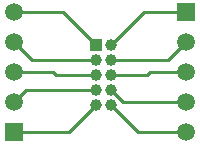
<source format=gbl>
G04 Layer_Physical_Order=2*
G04 Layer_Color=16711680*
%FSLAX25Y25*%
%MOIN*%
G70*
G01*
G75*
%ADD10C,0.05905*%
%ADD11R,0.05905X0.05905*%
%ADD12R,0.03937X0.03937*%
%ADD13C,0.03937*%
%ADD14C,0.01000*%
D10*
X26500Y48000D02*
D03*
Y38000D02*
D03*
Y28000D02*
D03*
Y18000D02*
D03*
X84000Y8000D02*
D03*
Y18000D02*
D03*
Y28000D02*
D03*
Y38000D02*
D03*
D11*
X26500Y8000D02*
D03*
X84000Y48000D02*
D03*
D12*
X54000Y37000D02*
D03*
D13*
Y32000D02*
D03*
Y27000D02*
D03*
Y22000D02*
D03*
Y17000D02*
D03*
X59000Y37000D02*
D03*
Y32000D02*
D03*
Y27000D02*
D03*
Y22000D02*
D03*
Y17000D02*
D03*
D14*
X32500Y32000D02*
X54000D01*
X26500Y38000D02*
X32500Y32000D01*
X59000D02*
X78000D01*
X84000Y38000D01*
X30500Y22000D02*
X54000D01*
X26500Y18000D02*
X30500Y22000D01*
X63000Y18000D02*
X84000D01*
X59000Y22000D02*
X63000Y18000D01*
X45000Y8000D02*
X54000Y17000D01*
X26500Y8000D02*
X45000D01*
X59000Y17000D02*
X68000Y8000D01*
X84000D01*
X70000Y48000D02*
X84000D01*
X59000Y37000D02*
X70000Y48000D01*
X26500D02*
X43000D01*
X54000Y37000D01*
X40700Y27000D02*
X54000D01*
X39700Y28000D02*
X40700Y27000D01*
X26500Y28000D02*
X39700D01*
X72000D02*
X84000D01*
X71000Y27000D02*
X72000Y28000D01*
X59000Y27000D02*
X71000D01*
M02*

</source>
